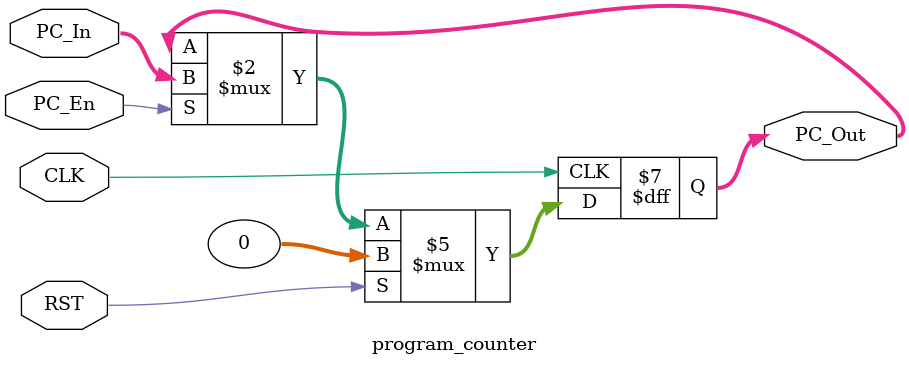
<source format=sv>

module program_counter (
    input wire CLK, RST, PC_En,
    input wire [31:0] PC_In,
    output reg [31:0] PC_Out
    );

    always @ (posedge CLK) begin // Synchronous reset
        if (RST)
            PC_Out <= 32'h0;
        else if (PC_En)             
            PC_Out <= PC_In;           
    end
endmodule
</source>
